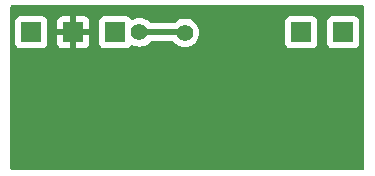
<source format=gbr>
%TF.GenerationSoftware,KiCad,Pcbnew,(6.0.6)*%
%TF.CreationDate,2023-03-14T09:52:22+01:00*%
%TF.ProjectId,Capteur de fourdre,43617074-6575-4722-9064-6520666f7572,rev?*%
%TF.SameCoordinates,Original*%
%TF.FileFunction,Copper,L2,Bot*%
%TF.FilePolarity,Positive*%
%FSLAX46Y46*%
G04 Gerber Fmt 4.6, Leading zero omitted, Abs format (unit mm)*
G04 Created by KiCad (PCBNEW (6.0.6)) date 2023-03-14 09:52:22*
%MOMM*%
%LPD*%
G01*
G04 APERTURE LIST*
%TA.AperFunction,ComponentPad*%
%ADD10R,1.700000X1.700000*%
%TD*%
%TA.AperFunction,ViaPad*%
%ADD11C,1.400000*%
%TD*%
%TA.AperFunction,Conductor*%
%ADD12C,0.500000*%
%TD*%
%TA.AperFunction,Conductor*%
%ADD13C,0.250000*%
%TD*%
G04 APERTURE END LIST*
D10*
%TO.P,J3,1,Pin_1*%
%TO.N,GND*%
X93726000Y-82550000D03*
%TD*%
%TO.P,J4,1,Pin_1*%
%TO.N,+5V*%
X97282000Y-82550000D03*
%TD*%
%TO.P,J1,1,Pin_1*%
%TO.N,Net-(C3-Pad2)*%
X116586000Y-82550000D03*
%TD*%
%TO.P,AE1,1,A*%
%TO.N,Net-(AE1-Pad1)*%
X90170000Y-82550000D03*
%TD*%
%TO.P,J2,1,Pin_1*%
%TO.N,Net-(C4-Pad1)*%
X113030000Y-82550000D03*
%TD*%
D11*
%TO.N,+5V*%
X99314000Y-82550000D03*
X103175750Y-82601750D03*
%TD*%
D12*
%TO.N,+5V*%
X99314000Y-82550000D02*
X103124000Y-82550000D01*
D13*
X103124000Y-82550000D02*
X103175750Y-82601750D01*
%TD*%
%TA.AperFunction,Conductor*%
%TO.N,GND*%
G36*
X118305621Y-80284502D02*
G01*
X118352114Y-80338158D01*
X118363500Y-80390500D01*
X118363500Y-94107500D01*
X118343498Y-94175621D01*
X118289842Y-94222114D01*
X118237500Y-94233500D01*
X88518500Y-94233500D01*
X88450379Y-94213498D01*
X88403886Y-94159842D01*
X88392500Y-94107500D01*
X88392500Y-83448134D01*
X88811500Y-83448134D01*
X88818255Y-83510316D01*
X88869385Y-83646705D01*
X88956739Y-83763261D01*
X89073295Y-83850615D01*
X89209684Y-83901745D01*
X89271866Y-83908500D01*
X91068134Y-83908500D01*
X91130316Y-83901745D01*
X91266705Y-83850615D01*
X91383261Y-83763261D01*
X91470615Y-83646705D01*
X91521745Y-83510316D01*
X91528500Y-83448134D01*
X91528500Y-83444669D01*
X92368001Y-83444669D01*
X92368371Y-83451490D01*
X92373895Y-83502352D01*
X92377521Y-83517604D01*
X92422676Y-83638054D01*
X92431214Y-83653649D01*
X92507715Y-83755724D01*
X92520276Y-83768285D01*
X92622351Y-83844786D01*
X92637946Y-83853324D01*
X92758394Y-83898478D01*
X92773649Y-83902105D01*
X92824514Y-83907631D01*
X92831328Y-83908000D01*
X93453885Y-83908000D01*
X93469124Y-83903525D01*
X93470329Y-83902135D01*
X93472000Y-83894452D01*
X93472000Y-83889884D01*
X93980000Y-83889884D01*
X93984475Y-83905123D01*
X93985865Y-83906328D01*
X93993548Y-83907999D01*
X94620669Y-83907999D01*
X94627490Y-83907629D01*
X94678352Y-83902105D01*
X94693604Y-83898479D01*
X94814054Y-83853324D01*
X94829649Y-83844786D01*
X94931724Y-83768285D01*
X94944285Y-83755724D01*
X95020786Y-83653649D01*
X95029324Y-83638054D01*
X95074478Y-83517606D01*
X95078105Y-83502351D01*
X95083631Y-83451486D01*
X95083813Y-83448134D01*
X95923500Y-83448134D01*
X95930255Y-83510316D01*
X95981385Y-83646705D01*
X96068739Y-83763261D01*
X96185295Y-83850615D01*
X96321684Y-83901745D01*
X96383866Y-83908500D01*
X98180134Y-83908500D01*
X98242316Y-83901745D01*
X98378705Y-83850615D01*
X98495261Y-83763261D01*
X98509182Y-83744686D01*
X98579198Y-83651265D01*
X98636058Y-83608750D01*
X98706876Y-83603725D01*
X98733274Y-83612635D01*
X98894108Y-83687633D01*
X98899090Y-83689956D01*
X98904398Y-83691378D01*
X98904400Y-83691379D01*
X99098030Y-83743262D01*
X99098032Y-83743262D01*
X99103345Y-83744686D01*
X99314000Y-83763116D01*
X99524655Y-83744686D01*
X99529968Y-83743262D01*
X99529970Y-83743262D01*
X99723600Y-83691379D01*
X99723602Y-83691378D01*
X99728910Y-83689956D01*
X99733892Y-83687633D01*
X99915577Y-83602912D01*
X99915580Y-83602910D01*
X99920558Y-83600589D01*
X100093776Y-83479301D01*
X100227672Y-83345405D01*
X100289984Y-83311379D01*
X100316767Y-83308500D01*
X102129725Y-83308500D01*
X102197846Y-83328502D01*
X102232936Y-83362227D01*
X102246449Y-83381526D01*
X102395974Y-83531051D01*
X102569192Y-83652339D01*
X102574170Y-83654660D01*
X102574173Y-83654662D01*
X102652913Y-83691379D01*
X102760840Y-83741706D01*
X102766148Y-83743128D01*
X102766150Y-83743129D01*
X102959780Y-83795012D01*
X102959782Y-83795012D01*
X102965095Y-83796436D01*
X103175750Y-83814866D01*
X103386405Y-83796436D01*
X103391718Y-83795012D01*
X103391720Y-83795012D01*
X103585350Y-83743129D01*
X103585352Y-83743128D01*
X103590660Y-83741706D01*
X103698587Y-83691379D01*
X103777327Y-83654662D01*
X103777330Y-83654660D01*
X103782308Y-83652339D01*
X103955526Y-83531051D01*
X104038443Y-83448134D01*
X111671500Y-83448134D01*
X111678255Y-83510316D01*
X111729385Y-83646705D01*
X111816739Y-83763261D01*
X111933295Y-83850615D01*
X112069684Y-83901745D01*
X112131866Y-83908500D01*
X113928134Y-83908500D01*
X113990316Y-83901745D01*
X114126705Y-83850615D01*
X114243261Y-83763261D01*
X114330615Y-83646705D01*
X114381745Y-83510316D01*
X114388500Y-83448134D01*
X115227500Y-83448134D01*
X115234255Y-83510316D01*
X115285385Y-83646705D01*
X115372739Y-83763261D01*
X115489295Y-83850615D01*
X115625684Y-83901745D01*
X115687866Y-83908500D01*
X117484134Y-83908500D01*
X117546316Y-83901745D01*
X117682705Y-83850615D01*
X117799261Y-83763261D01*
X117886615Y-83646705D01*
X117937745Y-83510316D01*
X117944500Y-83448134D01*
X117944500Y-81651866D01*
X117937745Y-81589684D01*
X117886615Y-81453295D01*
X117799261Y-81336739D01*
X117682705Y-81249385D01*
X117546316Y-81198255D01*
X117484134Y-81191500D01*
X115687866Y-81191500D01*
X115625684Y-81198255D01*
X115489295Y-81249385D01*
X115372739Y-81336739D01*
X115285385Y-81453295D01*
X115234255Y-81589684D01*
X115227500Y-81651866D01*
X115227500Y-83448134D01*
X114388500Y-83448134D01*
X114388500Y-81651866D01*
X114381745Y-81589684D01*
X114330615Y-81453295D01*
X114243261Y-81336739D01*
X114126705Y-81249385D01*
X113990316Y-81198255D01*
X113928134Y-81191500D01*
X112131866Y-81191500D01*
X112069684Y-81198255D01*
X111933295Y-81249385D01*
X111816739Y-81336739D01*
X111729385Y-81453295D01*
X111678255Y-81589684D01*
X111671500Y-81651866D01*
X111671500Y-83448134D01*
X104038443Y-83448134D01*
X104105051Y-83381526D01*
X104226339Y-83208308D01*
X104315706Y-83016660D01*
X104370436Y-82812405D01*
X104388866Y-82601750D01*
X104370436Y-82391095D01*
X104369012Y-82385780D01*
X104317129Y-82192150D01*
X104317128Y-82192148D01*
X104315706Y-82186840D01*
X104226339Y-81995192D01*
X104105051Y-81821974D01*
X103955526Y-81672449D01*
X103782308Y-81551161D01*
X103777330Y-81548840D01*
X103777327Y-81548838D01*
X103595642Y-81464117D01*
X103595641Y-81464116D01*
X103590660Y-81461794D01*
X103585352Y-81460372D01*
X103585350Y-81460371D01*
X103391720Y-81408488D01*
X103391718Y-81408488D01*
X103386405Y-81407064D01*
X103175750Y-81388634D01*
X102965095Y-81407064D01*
X102959782Y-81408488D01*
X102959780Y-81408488D01*
X102766150Y-81460371D01*
X102766148Y-81460372D01*
X102760840Y-81461794D01*
X102755859Y-81464116D01*
X102755858Y-81464117D01*
X102574173Y-81548838D01*
X102574170Y-81548840D01*
X102569192Y-81551161D01*
X102395974Y-81672449D01*
X102313828Y-81754595D01*
X102251516Y-81788621D01*
X102224733Y-81791500D01*
X100316767Y-81791500D01*
X100248646Y-81771498D01*
X100227672Y-81754595D01*
X100093776Y-81620699D01*
X99920558Y-81499411D01*
X99915580Y-81497090D01*
X99915577Y-81497088D01*
X99733892Y-81412367D01*
X99733891Y-81412366D01*
X99728910Y-81410044D01*
X99723602Y-81408622D01*
X99723600Y-81408621D01*
X99529970Y-81356738D01*
X99529968Y-81356738D01*
X99524655Y-81355314D01*
X99314000Y-81336884D01*
X99103345Y-81355314D01*
X99098032Y-81356738D01*
X99098030Y-81356738D01*
X98904400Y-81408621D01*
X98904398Y-81408622D01*
X98899090Y-81410044D01*
X98894109Y-81412366D01*
X98894108Y-81412367D01*
X98733274Y-81487365D01*
X98663082Y-81498026D01*
X98598269Y-81469046D01*
X98579198Y-81448735D01*
X98500643Y-81343920D01*
X98500642Y-81343919D01*
X98495261Y-81336739D01*
X98378705Y-81249385D01*
X98242316Y-81198255D01*
X98180134Y-81191500D01*
X96383866Y-81191500D01*
X96321684Y-81198255D01*
X96185295Y-81249385D01*
X96068739Y-81336739D01*
X95981385Y-81453295D01*
X95930255Y-81589684D01*
X95923500Y-81651866D01*
X95923500Y-83448134D01*
X95083813Y-83448134D01*
X95084000Y-83444672D01*
X95084000Y-82822115D01*
X95079525Y-82806876D01*
X95078135Y-82805671D01*
X95070452Y-82804000D01*
X93998115Y-82804000D01*
X93982876Y-82808475D01*
X93981671Y-82809865D01*
X93980000Y-82817548D01*
X93980000Y-83889884D01*
X93472000Y-83889884D01*
X93472000Y-82822115D01*
X93467525Y-82806876D01*
X93466135Y-82805671D01*
X93458452Y-82804000D01*
X92386116Y-82804000D01*
X92370877Y-82808475D01*
X92369672Y-82809865D01*
X92368001Y-82817548D01*
X92368001Y-83444669D01*
X91528500Y-83444669D01*
X91528500Y-82277885D01*
X92368000Y-82277885D01*
X92372475Y-82293124D01*
X92373865Y-82294329D01*
X92381548Y-82296000D01*
X93453885Y-82296000D01*
X93469124Y-82291525D01*
X93470329Y-82290135D01*
X93472000Y-82282452D01*
X93472000Y-82277885D01*
X93980000Y-82277885D01*
X93984475Y-82293124D01*
X93985865Y-82294329D01*
X93993548Y-82296000D01*
X95065884Y-82296000D01*
X95081123Y-82291525D01*
X95082328Y-82290135D01*
X95083999Y-82282452D01*
X95083999Y-81655331D01*
X95083629Y-81648510D01*
X95078105Y-81597648D01*
X95074479Y-81582396D01*
X95029324Y-81461946D01*
X95020786Y-81446351D01*
X94944285Y-81344276D01*
X94931724Y-81331715D01*
X94829649Y-81255214D01*
X94814054Y-81246676D01*
X94693606Y-81201522D01*
X94678351Y-81197895D01*
X94627486Y-81192369D01*
X94620672Y-81192000D01*
X93998115Y-81192000D01*
X93982876Y-81196475D01*
X93981671Y-81197865D01*
X93980000Y-81205548D01*
X93980000Y-82277885D01*
X93472000Y-82277885D01*
X93472000Y-81210116D01*
X93467525Y-81194877D01*
X93466135Y-81193672D01*
X93458452Y-81192001D01*
X92831331Y-81192001D01*
X92824510Y-81192371D01*
X92773648Y-81197895D01*
X92758396Y-81201521D01*
X92637946Y-81246676D01*
X92622351Y-81255214D01*
X92520276Y-81331715D01*
X92507715Y-81344276D01*
X92431214Y-81446351D01*
X92422676Y-81461946D01*
X92377522Y-81582394D01*
X92373895Y-81597649D01*
X92368369Y-81648514D01*
X92368000Y-81655328D01*
X92368000Y-82277885D01*
X91528500Y-82277885D01*
X91528500Y-81651866D01*
X91521745Y-81589684D01*
X91470615Y-81453295D01*
X91383261Y-81336739D01*
X91266705Y-81249385D01*
X91130316Y-81198255D01*
X91068134Y-81191500D01*
X89271866Y-81191500D01*
X89209684Y-81198255D01*
X89073295Y-81249385D01*
X88956739Y-81336739D01*
X88869385Y-81453295D01*
X88818255Y-81589684D01*
X88811500Y-81651866D01*
X88811500Y-83448134D01*
X88392500Y-83448134D01*
X88392500Y-80390500D01*
X88412502Y-80322379D01*
X88466158Y-80275886D01*
X88518500Y-80264500D01*
X118237500Y-80264500D01*
X118305621Y-80284502D01*
G37*
%TD.AperFunction*%
%TD*%
M02*

</source>
